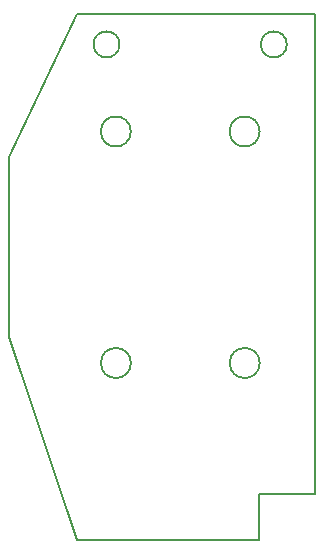
<source format=gbr>
G04 #@! TF.GenerationSoftware,KiCad,Pcbnew,(5.1.6-0-10_14)*
G04 #@! TF.CreationDate,2022-12-26T18:06:38+09:00*
G04 #@! TF.ProjectId,cool536trackballparts,636f6f6c-3533-4367-9472-61636b62616c,rev?*
G04 #@! TF.SameCoordinates,Original*
G04 #@! TF.FileFunction,Profile,NP*
%FSLAX46Y46*%
G04 Gerber Fmt 4.6, Leading zero omitted, Abs format (unit mm)*
G04 Created by KiCad (PCBNEW (5.1.6-0-10_14)) date 2022-12-26 18:06:38*
%MOMM*%
%LPD*%
G01*
G04 APERTURE LIST*
G04 #@! TA.AperFunction,Profile*
%ADD10C,0.150000*%
G04 #@! TD*
G04 APERTURE END LIST*
D10*
X55750000Y-57400000D02*
G75*
G03*
X55750000Y-57400000I-1270000J0D01*
G01*
X44840000Y-57400000D02*
G75*
G03*
X44840000Y-57400000I-1270000J0D01*
G01*
X55740000Y-37800000D02*
G75*
G03*
X55740000Y-37800000I-1270000J0D01*
G01*
X44830000Y-37800000D02*
G75*
G03*
X44830000Y-37800000I-1270000J0D01*
G01*
X34490000Y-55200000D02*
X40240000Y-72380000D01*
X34490000Y-40000000D02*
X34490000Y-55200000D01*
X40240000Y-27870000D02*
X34490000Y-40000000D01*
X40240000Y-72380000D02*
X55670000Y-72380000D01*
X58040000Y-30430000D02*
G75*
G03*
X58040000Y-30430000I-1100000J0D01*
G01*
X60430000Y-68490000D02*
X55670000Y-68490000D01*
X55670000Y-68490000D02*
X55670000Y-72380000D01*
X40240000Y-27870000D02*
X60430000Y-27870000D01*
X60430000Y-27870000D02*
X60430000Y-68490000D01*
X43880000Y-30430000D02*
G75*
G03*
X43880000Y-30430000I-1100000J0D01*
G01*
M02*

</source>
